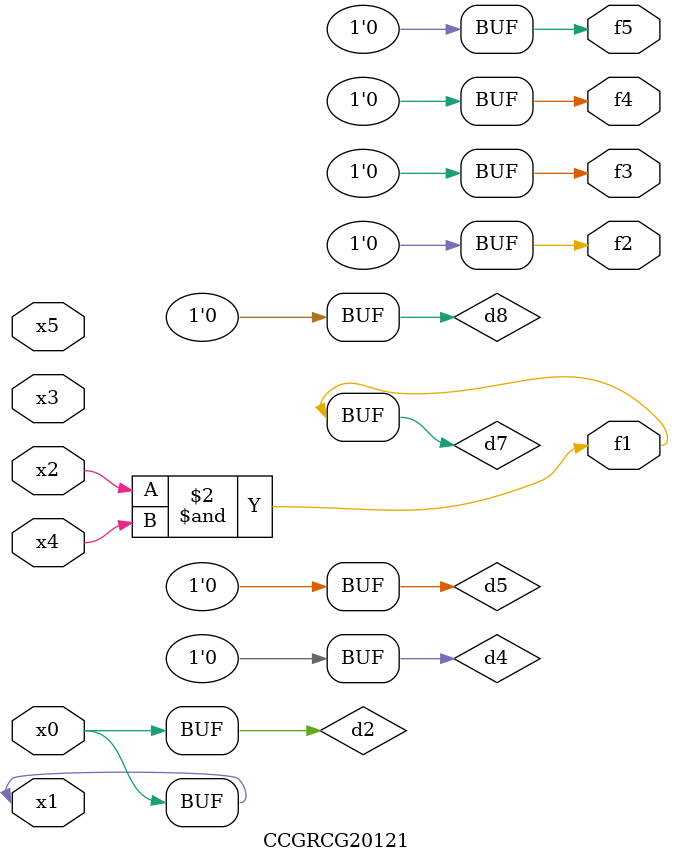
<source format=v>
module CCGRCG20121(
	input x0, x1, x2, x3, x4, x5,
	output f1, f2, f3, f4, f5
);

	wire d1, d2, d3, d4, d5, d6, d7, d8, d9;

	nand (d1, x1);
	buf (d2, x0, x1);
	nand (d3, x2, x4);
	and (d4, d1, d2);
	and (d5, d1, d2);
	nand (d6, d1, d3);
	not (d7, d3);
	xor (d8, d5);
	nor (d9, d5, d6);
	assign f1 = d7;
	assign f2 = d8;
	assign f3 = d8;
	assign f4 = d8;
	assign f5 = d8;
endmodule

</source>
